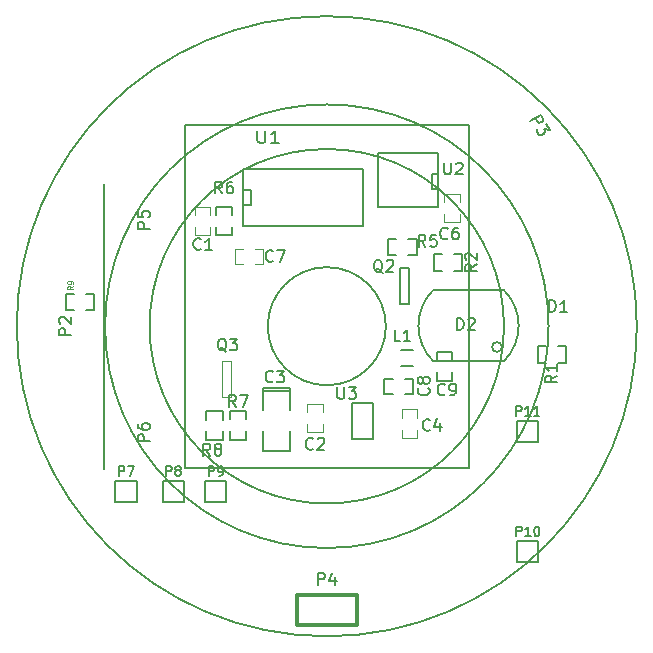
<source format=gbr>
%FSLAX46Y46*%
G04 Gerber Fmt 4.6, Leading zero omitted, Abs format (unit mm)*
G04 Created by KiCad (PCBNEW (2014-08-05 BZR 5054)-product) date Wed 24 Dec 2014 13:00:33 ACDT*
%MOMM*%
G01*
G04 APERTURE LIST*
%ADD10C,0.150000*%
%ADD11C,0.200000*%
%ADD12C,0.304800*%
%ADD13C,0.127000*%
%ADD14C,0.119380*%
%ADD15C,0.203200*%
%ADD16C,0.114300*%
G04 APERTURE END LIST*
D10*
D11*
X215000333Y-100000000D02*
G75*
G03X215000333Y-100000000I-15000333J0D01*
G74*
G01*
X226250000Y-100000000D02*
G75*
G03X226250000Y-100000000I-26250000J0D01*
G74*
G01*
X205000000Y-100000000D02*
G75*
G03X205000000Y-100000000I-5000000J0D01*
G74*
G01*
X218776648Y-100000000D02*
G75*
G03X218776648Y-100000000I-18776648J0D01*
G74*
G01*
X181100000Y-112100000D02*
X181100000Y-88000000D01*
X188000000Y-83000000D02*
X188000000Y-112000000D01*
X212000000Y-83000000D02*
X188000000Y-83000000D01*
X212000000Y-112000000D02*
X212000000Y-83000000D01*
X188000000Y-112000000D02*
X212000000Y-112000000D01*
D12*
X197460000Y-125270000D02*
X197460000Y-122730000D01*
X197460000Y-122730000D02*
X202540000Y-122730000D01*
X202540000Y-122730000D02*
X202540000Y-125270000D01*
X202540000Y-125270000D02*
X197460000Y-125270000D01*
D13*
X196893000Y-105460000D02*
X196893000Y-105206000D01*
X196893000Y-105206000D02*
X194607000Y-105206000D01*
X194607000Y-105206000D02*
X194607000Y-105460000D01*
X196893000Y-105460000D02*
X194607000Y-105460000D01*
X194607000Y-105460000D02*
X194607000Y-107111000D01*
X196893000Y-108889000D02*
X196893000Y-110540000D01*
X196893000Y-110540000D02*
X194607000Y-110540000D01*
X194607000Y-110540000D02*
X194607000Y-108889000D01*
X196893000Y-107111000D02*
X196893000Y-105460000D01*
X209440000Y-89886000D02*
X204360000Y-89886000D01*
X204360000Y-89886000D02*
X204360000Y-85314000D01*
X204360000Y-85314000D02*
X209440000Y-85314000D01*
X209440000Y-85314000D02*
X209440000Y-89886000D01*
X209440000Y-88362000D02*
X208932000Y-88362000D01*
X208932000Y-88362000D02*
X208932000Y-87092000D01*
X208932000Y-87092000D02*
X209440000Y-87092000D01*
X202111000Y-106476000D02*
X203889000Y-106476000D01*
X203889000Y-106476000D02*
X203889000Y-109524000D01*
X203889000Y-109524000D02*
X202111000Y-109524000D01*
X202111000Y-109524000D02*
X202111000Y-106476000D01*
D14*
X188849760Y-91600380D02*
X188849760Y-92298880D01*
X188849760Y-90599620D02*
X188849760Y-89901120D01*
X190150240Y-91600380D02*
X190150240Y-92298880D01*
X190150240Y-89901120D02*
X190150240Y-90599620D01*
X190135000Y-92298880D02*
X188865000Y-92298880D01*
X188865000Y-89901120D02*
X190135000Y-89901120D01*
X198349760Y-108250380D02*
X198349760Y-108948880D01*
X198349760Y-107249620D02*
X198349760Y-106551120D01*
X199650240Y-108250380D02*
X199650240Y-108948880D01*
X199650240Y-106551120D02*
X199650240Y-107249620D01*
X199635000Y-108948880D02*
X198365000Y-108948880D01*
X198365000Y-106551120D02*
X199635000Y-106551120D01*
X207650240Y-107749620D02*
X207650240Y-107051120D01*
X207650240Y-108750380D02*
X207650240Y-109448880D01*
X206349760Y-107749620D02*
X206349760Y-107051120D01*
X206349760Y-109448880D02*
X206349760Y-108750380D01*
X206365000Y-107051120D02*
X207635000Y-107051120D01*
X207635000Y-109448880D02*
X206365000Y-109448880D01*
D13*
X218579620Y-101711500D02*
X217873500Y-101711500D01*
X217873500Y-101711500D02*
X217873500Y-103108500D01*
X217873500Y-103108500D02*
X218579620Y-103108500D01*
X220286500Y-101711500D02*
X219580380Y-101711500D01*
X220286500Y-101711500D02*
X220286500Y-103108500D01*
X220286500Y-103108500D02*
X219580380Y-103108500D01*
X210770380Y-95288500D02*
X211476500Y-95288500D01*
X211476500Y-95288500D02*
X211476500Y-93891500D01*
X211476500Y-93891500D02*
X210770380Y-93891500D01*
X209063500Y-95288500D02*
X209769620Y-95288500D01*
X209063500Y-95288500D02*
X209063500Y-93891500D01*
X209063500Y-93891500D02*
X209769620Y-93891500D01*
X205899620Y-92601500D02*
X205193500Y-92601500D01*
X205193500Y-92601500D02*
X205193500Y-93998500D01*
X205193500Y-93998500D02*
X205899620Y-93998500D01*
X207606500Y-92601500D02*
X206900380Y-92601500D01*
X207606500Y-92601500D02*
X207606500Y-93998500D01*
X207606500Y-93998500D02*
X206900380Y-93998500D01*
X191771500Y-108890380D02*
X191771500Y-109596500D01*
X191771500Y-109596500D02*
X193168500Y-109596500D01*
X193168500Y-109596500D02*
X193168500Y-108890380D01*
X191771500Y-107183500D02*
X191771500Y-107889620D01*
X191771500Y-107183500D02*
X193168500Y-107183500D01*
X193168500Y-107183500D02*
X193168500Y-107889620D01*
X191188500Y-107899620D02*
X191188500Y-107193500D01*
X191188500Y-107193500D02*
X189791500Y-107193500D01*
X189791500Y-107193500D02*
X189791500Y-107899620D01*
X191188500Y-109606500D02*
X191188500Y-108900380D01*
X191188500Y-109606500D02*
X189791500Y-109606500D01*
X189791500Y-109606500D02*
X189791500Y-108900380D01*
X191998500Y-90599620D02*
X191998500Y-89893500D01*
X191998500Y-89893500D02*
X190601500Y-89893500D01*
X190601500Y-89893500D02*
X190601500Y-90599620D01*
X191998500Y-92306500D02*
X191998500Y-91600380D01*
X191998500Y-92306500D02*
X190601500Y-92306500D01*
X190601500Y-92306500D02*
X190601500Y-91600380D01*
X206951000Y-95056000D02*
X206951000Y-98104000D01*
X206951000Y-98104000D02*
X206189000Y-98104000D01*
X206189000Y-98104000D02*
X206189000Y-95056000D01*
X206189000Y-95056000D02*
X206951000Y-95056000D01*
D14*
X191119000Y-106024000D02*
X191119000Y-102976000D01*
X191119000Y-102976000D02*
X191881000Y-102976000D01*
X191881000Y-102976000D02*
X191881000Y-106024000D01*
X191881000Y-106024000D02*
X191119000Y-106024000D01*
X211250240Y-89499620D02*
X211250240Y-88801120D01*
X211250240Y-90500380D02*
X211250240Y-91198880D01*
X209949760Y-89499620D02*
X209949760Y-88801120D01*
X209949760Y-91198880D02*
X209949760Y-90500380D01*
X209965000Y-88801120D02*
X211235000Y-88801120D01*
X211235000Y-91198880D02*
X209965000Y-91198880D01*
X193900380Y-94750240D02*
X194598880Y-94750240D01*
X192899620Y-94750240D02*
X192201120Y-94750240D01*
X193900380Y-93449760D02*
X194598880Y-93449760D01*
X192201120Y-93449760D02*
X192899620Y-93449760D01*
X194598880Y-93465000D02*
X194598880Y-94735000D01*
X192201120Y-94735000D02*
X192201120Y-93465000D01*
D10*
X182100000Y-113100000D02*
X183900000Y-113100000D01*
X183900000Y-113100000D02*
X183900000Y-114900000D01*
X183900000Y-114900000D02*
X182100000Y-114900000D01*
X182100000Y-114900000D02*
X182100000Y-113100000D01*
X186100000Y-113100000D02*
X187900000Y-113100000D01*
X187900000Y-113100000D02*
X187900000Y-114900000D01*
X187900000Y-114900000D02*
X186100000Y-114900000D01*
X186100000Y-114900000D02*
X186100000Y-113100000D01*
X189700000Y-113100000D02*
X191500000Y-113100000D01*
X191500000Y-113100000D02*
X191500000Y-114900000D01*
X191500000Y-114900000D02*
X189700000Y-114900000D01*
X189700000Y-114900000D02*
X189700000Y-113100000D01*
X216100000Y-118200000D02*
X217900000Y-118200000D01*
X217900000Y-118200000D02*
X217900000Y-120000000D01*
X217900000Y-120000000D02*
X216100000Y-120000000D01*
X216100000Y-120000000D02*
X216100000Y-118200000D01*
X216100000Y-108000000D02*
X217900000Y-108000000D01*
X217900000Y-108000000D02*
X217900000Y-109800000D01*
X217900000Y-109800000D02*
X216100000Y-109800000D01*
X216100000Y-109800000D02*
X216100000Y-108000000D01*
D15*
X203080000Y-86714000D02*
X203080000Y-91540000D01*
X203080000Y-91540000D02*
X192920000Y-91540000D01*
X192920000Y-91540000D02*
X192920000Y-86714000D01*
X192920000Y-86714000D02*
X203080000Y-86714000D01*
X192920000Y-88492000D02*
X193555000Y-88492000D01*
X193555000Y-88492000D02*
X193555000Y-89762000D01*
X193555000Y-89762000D02*
X192920000Y-89762000D01*
D10*
X214812311Y-101750000D02*
G75*
G03X214812311Y-101750000I-412311J0D01*
G74*
G01*
X209000000Y-96950000D02*
G75*
G03X209000000Y-102950000I3000000J-3000000D01*
G74*
G01*
X215000000Y-102950000D02*
G75*
G03X215000000Y-96950000I-3000000J3000000D01*
G74*
G01*
X215000000Y-102950000D02*
X209000000Y-102950000D01*
X215000000Y-96950000D02*
X209000000Y-96950000D01*
X178599620Y-97271500D02*
X177893500Y-97271500D01*
X177893500Y-97271500D02*
X177893500Y-98668500D01*
X177893500Y-98668500D02*
X178599620Y-98668500D01*
X180306500Y-97271500D02*
X179600380Y-97271500D01*
X180306500Y-97271500D02*
X180306500Y-98668500D01*
X180306500Y-98668500D02*
X179600380Y-98668500D01*
X206580380Y-105730240D02*
X207278880Y-105730240D01*
X205579620Y-105730240D02*
X204881120Y-105730240D01*
X206580380Y-104429760D02*
X207278880Y-104429760D01*
X204881120Y-104429760D02*
X205579620Y-104429760D01*
X207278880Y-104445000D02*
X207278880Y-105715000D01*
X204881120Y-105715000D02*
X204881120Y-104445000D01*
X209319760Y-103900380D02*
X209319760Y-104598880D01*
X209319760Y-102899620D02*
X209319760Y-102201120D01*
X210620240Y-103900380D02*
X210620240Y-104598880D01*
X210620240Y-102201120D02*
X210620240Y-102899620D01*
X210605000Y-104598880D02*
X209335000Y-104598880D01*
X209335000Y-102201120D02*
X210605000Y-102201120D01*
X206310000Y-102005000D02*
X207310000Y-102005000D01*
X207310000Y-103355000D02*
X206310000Y-103355000D01*
X199261905Y-121912381D02*
X199261905Y-120912381D01*
X199642858Y-120912381D01*
X199738096Y-120960000D01*
X199785715Y-121007619D01*
X199833334Y-121102857D01*
X199833334Y-121245714D01*
X199785715Y-121340952D01*
X199738096Y-121388571D01*
X199642858Y-121436190D01*
X199261905Y-121436190D01*
X200690477Y-121245714D02*
X200690477Y-121912381D01*
X200452381Y-120864762D02*
X200214286Y-121579048D01*
X200833334Y-121579048D01*
X195433334Y-104657143D02*
X195385715Y-104704762D01*
X195242858Y-104752381D01*
X195147620Y-104752381D01*
X195004762Y-104704762D01*
X194909524Y-104609524D01*
X194861905Y-104514286D01*
X194814286Y-104323810D01*
X194814286Y-104180952D01*
X194861905Y-103990476D01*
X194909524Y-103895238D01*
X195004762Y-103800000D01*
X195147620Y-103752381D01*
X195242858Y-103752381D01*
X195385715Y-103800000D01*
X195433334Y-103847619D01*
X195766667Y-103752381D02*
X196385715Y-103752381D01*
X196052381Y-104133333D01*
X196195239Y-104133333D01*
X196290477Y-104180952D01*
X196338096Y-104228571D01*
X196385715Y-104323810D01*
X196385715Y-104561905D01*
X196338096Y-104657143D01*
X196290477Y-104704762D01*
X196195239Y-104752381D01*
X195909524Y-104752381D01*
X195814286Y-104704762D01*
X195766667Y-104657143D01*
X209938095Y-86152381D02*
X209938095Y-86961905D01*
X209985714Y-87057143D01*
X210033333Y-87104762D01*
X210128571Y-87152381D01*
X210319048Y-87152381D01*
X210414286Y-87104762D01*
X210461905Y-87057143D01*
X210509524Y-86961905D01*
X210509524Y-86152381D01*
X210938095Y-86247619D02*
X210985714Y-86200000D01*
X211080952Y-86152381D01*
X211319048Y-86152381D01*
X211414286Y-86200000D01*
X211461905Y-86247619D01*
X211509524Y-86342857D01*
X211509524Y-86438095D01*
X211461905Y-86580952D01*
X210890476Y-87152381D01*
X211509524Y-87152381D01*
X200898095Y-105142381D02*
X200898095Y-105951905D01*
X200945714Y-106047143D01*
X200993333Y-106094762D01*
X201088571Y-106142381D01*
X201279048Y-106142381D01*
X201374286Y-106094762D01*
X201421905Y-106047143D01*
X201469524Y-105951905D01*
X201469524Y-105142381D01*
X201850476Y-105142381D02*
X202469524Y-105142381D01*
X202136190Y-105523333D01*
X202279048Y-105523333D01*
X202374286Y-105570952D01*
X202421905Y-105618571D01*
X202469524Y-105713810D01*
X202469524Y-105951905D01*
X202421905Y-106047143D01*
X202374286Y-106094762D01*
X202279048Y-106142381D01*
X201993333Y-106142381D01*
X201898095Y-106094762D01*
X201850476Y-106047143D01*
X218831905Y-98792381D02*
X218831905Y-97792381D01*
X219070000Y-97792381D01*
X219212858Y-97840000D01*
X219308096Y-97935238D01*
X219355715Y-98030476D01*
X219403334Y-98220952D01*
X219403334Y-98363810D01*
X219355715Y-98554286D01*
X219308096Y-98649524D01*
X219212858Y-98744762D01*
X219070000Y-98792381D01*
X218831905Y-98792381D01*
X220355715Y-98792381D02*
X219784286Y-98792381D01*
X220070000Y-98792381D02*
X220070000Y-97792381D01*
X219974762Y-97935238D01*
X219879524Y-98030476D01*
X219784286Y-98078095D01*
X189333334Y-93457143D02*
X189285715Y-93504762D01*
X189142858Y-93552381D01*
X189047620Y-93552381D01*
X188904762Y-93504762D01*
X188809524Y-93409524D01*
X188761905Y-93314286D01*
X188714286Y-93123810D01*
X188714286Y-92980952D01*
X188761905Y-92790476D01*
X188809524Y-92695238D01*
X188904762Y-92600000D01*
X189047620Y-92552381D01*
X189142858Y-92552381D01*
X189285715Y-92600000D01*
X189333334Y-92647619D01*
X190285715Y-93552381D02*
X189714286Y-93552381D01*
X190000000Y-93552381D02*
X190000000Y-92552381D01*
X189904762Y-92695238D01*
X189809524Y-92790476D01*
X189714286Y-92838095D01*
X198833334Y-110357143D02*
X198785715Y-110404762D01*
X198642858Y-110452381D01*
X198547620Y-110452381D01*
X198404762Y-110404762D01*
X198309524Y-110309524D01*
X198261905Y-110214286D01*
X198214286Y-110023810D01*
X198214286Y-109880952D01*
X198261905Y-109690476D01*
X198309524Y-109595238D01*
X198404762Y-109500000D01*
X198547620Y-109452381D01*
X198642858Y-109452381D01*
X198785715Y-109500000D01*
X198833334Y-109547619D01*
X199214286Y-109547619D02*
X199261905Y-109500000D01*
X199357143Y-109452381D01*
X199595239Y-109452381D01*
X199690477Y-109500000D01*
X199738096Y-109547619D01*
X199785715Y-109642857D01*
X199785715Y-109738095D01*
X199738096Y-109880952D01*
X199166667Y-110452381D01*
X199785715Y-110452381D01*
X208733334Y-108757143D02*
X208685715Y-108804762D01*
X208542858Y-108852381D01*
X208447620Y-108852381D01*
X208304762Y-108804762D01*
X208209524Y-108709524D01*
X208161905Y-108614286D01*
X208114286Y-108423810D01*
X208114286Y-108280952D01*
X208161905Y-108090476D01*
X208209524Y-107995238D01*
X208304762Y-107900000D01*
X208447620Y-107852381D01*
X208542858Y-107852381D01*
X208685715Y-107900000D01*
X208733334Y-107947619D01*
X209590477Y-108185714D02*
X209590477Y-108852381D01*
X209352381Y-107804762D02*
X209114286Y-108519048D01*
X209733334Y-108519048D01*
X219492381Y-104176666D02*
X219016190Y-104510000D01*
X219492381Y-104748095D02*
X218492381Y-104748095D01*
X218492381Y-104367142D01*
X218540000Y-104271904D01*
X218587619Y-104224285D01*
X218682857Y-104176666D01*
X218825714Y-104176666D01*
X218920952Y-104224285D01*
X218968571Y-104271904D01*
X219016190Y-104367142D01*
X219016190Y-104748095D01*
X219492381Y-103224285D02*
X219492381Y-103795714D01*
X219492381Y-103510000D02*
X218492381Y-103510000D01*
X218635238Y-103605238D01*
X218730476Y-103700476D01*
X218778095Y-103795714D01*
X212722381Y-94756666D02*
X212246190Y-95090000D01*
X212722381Y-95328095D02*
X211722381Y-95328095D01*
X211722381Y-94947142D01*
X211770000Y-94851904D01*
X211817619Y-94804285D01*
X211912857Y-94756666D01*
X212055714Y-94756666D01*
X212150952Y-94804285D01*
X212198571Y-94851904D01*
X212246190Y-94947142D01*
X212246190Y-95328095D01*
X211817619Y-94375714D02*
X211770000Y-94328095D01*
X211722381Y-94232857D01*
X211722381Y-93994761D01*
X211770000Y-93899523D01*
X211817619Y-93851904D01*
X211912857Y-93804285D01*
X212008095Y-93804285D01*
X212150952Y-93851904D01*
X212722381Y-94423333D01*
X212722381Y-93804285D01*
X208353334Y-93262381D02*
X208020000Y-92786190D01*
X207781905Y-93262381D02*
X207781905Y-92262381D01*
X208162858Y-92262381D01*
X208258096Y-92310000D01*
X208305715Y-92357619D01*
X208353334Y-92452857D01*
X208353334Y-92595714D01*
X208305715Y-92690952D01*
X208258096Y-92738571D01*
X208162858Y-92786190D01*
X207781905Y-92786190D01*
X209258096Y-92262381D02*
X208781905Y-92262381D01*
X208734286Y-92738571D01*
X208781905Y-92690952D01*
X208877143Y-92643333D01*
X209115239Y-92643333D01*
X209210477Y-92690952D01*
X209258096Y-92738571D01*
X209305715Y-92833810D01*
X209305715Y-93071905D01*
X209258096Y-93167143D01*
X209210477Y-93214762D01*
X209115239Y-93262381D01*
X208877143Y-93262381D01*
X208781905Y-93214762D01*
X208734286Y-93167143D01*
X192303334Y-106842381D02*
X191970000Y-106366190D01*
X191731905Y-106842381D02*
X191731905Y-105842381D01*
X192112858Y-105842381D01*
X192208096Y-105890000D01*
X192255715Y-105937619D01*
X192303334Y-106032857D01*
X192303334Y-106175714D01*
X192255715Y-106270952D01*
X192208096Y-106318571D01*
X192112858Y-106366190D01*
X191731905Y-106366190D01*
X192636667Y-105842381D02*
X193303334Y-105842381D01*
X192874762Y-106842381D01*
X190123334Y-110952381D02*
X189790000Y-110476190D01*
X189551905Y-110952381D02*
X189551905Y-109952381D01*
X189932858Y-109952381D01*
X190028096Y-110000000D01*
X190075715Y-110047619D01*
X190123334Y-110142857D01*
X190123334Y-110285714D01*
X190075715Y-110380952D01*
X190028096Y-110428571D01*
X189932858Y-110476190D01*
X189551905Y-110476190D01*
X190694762Y-110380952D02*
X190599524Y-110333333D01*
X190551905Y-110285714D01*
X190504286Y-110190476D01*
X190504286Y-110142857D01*
X190551905Y-110047619D01*
X190599524Y-110000000D01*
X190694762Y-109952381D01*
X190885239Y-109952381D01*
X190980477Y-110000000D01*
X191028096Y-110047619D01*
X191075715Y-110142857D01*
X191075715Y-110190476D01*
X191028096Y-110285714D01*
X190980477Y-110333333D01*
X190885239Y-110380952D01*
X190694762Y-110380952D01*
X190599524Y-110428571D01*
X190551905Y-110476190D01*
X190504286Y-110571429D01*
X190504286Y-110761905D01*
X190551905Y-110857143D01*
X190599524Y-110904762D01*
X190694762Y-110952381D01*
X190885239Y-110952381D01*
X190980477Y-110904762D01*
X191028096Y-110857143D01*
X191075715Y-110761905D01*
X191075715Y-110571429D01*
X191028096Y-110476190D01*
X190980477Y-110428571D01*
X190885239Y-110380952D01*
X191133334Y-88752381D02*
X190800000Y-88276190D01*
X190561905Y-88752381D02*
X190561905Y-87752381D01*
X190942858Y-87752381D01*
X191038096Y-87800000D01*
X191085715Y-87847619D01*
X191133334Y-87942857D01*
X191133334Y-88085714D01*
X191085715Y-88180952D01*
X191038096Y-88228571D01*
X190942858Y-88276190D01*
X190561905Y-88276190D01*
X191990477Y-87752381D02*
X191800000Y-87752381D01*
X191704762Y-87800000D01*
X191657143Y-87847619D01*
X191561905Y-87990476D01*
X191514286Y-88180952D01*
X191514286Y-88561905D01*
X191561905Y-88657143D01*
X191609524Y-88704762D01*
X191704762Y-88752381D01*
X191895239Y-88752381D01*
X191990477Y-88704762D01*
X192038096Y-88657143D01*
X192085715Y-88561905D01*
X192085715Y-88323810D01*
X192038096Y-88228571D01*
X191990477Y-88180952D01*
X191895239Y-88133333D01*
X191704762Y-88133333D01*
X191609524Y-88180952D01*
X191561905Y-88228571D01*
X191514286Y-88323810D01*
X178352381Y-100738095D02*
X177352381Y-100738095D01*
X177352381Y-100357142D01*
X177400000Y-100261904D01*
X177447619Y-100214285D01*
X177542857Y-100166666D01*
X177685714Y-100166666D01*
X177780952Y-100214285D01*
X177828571Y-100261904D01*
X177876190Y-100357142D01*
X177876190Y-100738095D01*
X177447619Y-99785714D02*
X177400000Y-99738095D01*
X177352381Y-99642857D01*
X177352381Y-99404761D01*
X177400000Y-99309523D01*
X177447619Y-99261904D01*
X177542857Y-99214285D01*
X177638095Y-99214285D01*
X177780952Y-99261904D01*
X178352381Y-99833333D01*
X178352381Y-99214285D01*
X217239179Y-82586981D02*
X218105204Y-82086981D01*
X218295681Y-82416896D01*
X218302061Y-82523184D01*
X218284631Y-82588233D01*
X218225962Y-82677092D01*
X218102244Y-82748520D01*
X217995956Y-82754900D01*
X217930907Y-82737470D01*
X217842049Y-82678801D01*
X217651573Y-82348886D01*
X218557585Y-82870528D02*
X218867109Y-83406640D01*
X218370528Y-83308440D01*
X218441957Y-83432159D01*
X218448337Y-83538447D01*
X218430907Y-83603495D01*
X218372237Y-83692354D01*
X218166041Y-83811402D01*
X218059753Y-83817781D01*
X217994704Y-83800352D01*
X217905846Y-83741683D01*
X217762989Y-83494246D01*
X217756609Y-83387958D01*
X217774039Y-83322909D01*
X204724762Y-95477619D02*
X204629524Y-95430000D01*
X204534286Y-95334762D01*
X204391429Y-95191905D01*
X204296190Y-95144286D01*
X204200952Y-95144286D01*
X204248571Y-95382381D02*
X204153333Y-95334762D01*
X204058095Y-95239524D01*
X204010476Y-95049048D01*
X204010476Y-94715714D01*
X204058095Y-94525238D01*
X204153333Y-94430000D01*
X204248571Y-94382381D01*
X204439048Y-94382381D01*
X204534286Y-94430000D01*
X204629524Y-94525238D01*
X204677143Y-94715714D01*
X204677143Y-95049048D01*
X204629524Y-95239524D01*
X204534286Y-95334762D01*
X204439048Y-95382381D01*
X204248571Y-95382381D01*
X205058095Y-94477619D02*
X205105714Y-94430000D01*
X205200952Y-94382381D01*
X205439048Y-94382381D01*
X205534286Y-94430000D01*
X205581905Y-94477619D01*
X205629524Y-94572857D01*
X205629524Y-94668095D01*
X205581905Y-94810952D01*
X205010476Y-95382381D01*
X205629524Y-95382381D01*
X191504762Y-102147619D02*
X191409524Y-102100000D01*
X191314286Y-102004762D01*
X191171429Y-101861905D01*
X191076190Y-101814286D01*
X190980952Y-101814286D01*
X191028571Y-102052381D02*
X190933333Y-102004762D01*
X190838095Y-101909524D01*
X190790476Y-101719048D01*
X190790476Y-101385714D01*
X190838095Y-101195238D01*
X190933333Y-101100000D01*
X191028571Y-101052381D01*
X191219048Y-101052381D01*
X191314286Y-101100000D01*
X191409524Y-101195238D01*
X191457143Y-101385714D01*
X191457143Y-101719048D01*
X191409524Y-101909524D01*
X191314286Y-102004762D01*
X191219048Y-102052381D01*
X191028571Y-102052381D01*
X191790476Y-101052381D02*
X192409524Y-101052381D01*
X192076190Y-101433333D01*
X192219048Y-101433333D01*
X192314286Y-101480952D01*
X192361905Y-101528571D01*
X192409524Y-101623810D01*
X192409524Y-101861905D01*
X192361905Y-101957143D01*
X192314286Y-102004762D01*
X192219048Y-102052381D01*
X191933333Y-102052381D01*
X191838095Y-102004762D01*
X191790476Y-101957143D01*
X210233334Y-92557143D02*
X210185715Y-92604762D01*
X210042858Y-92652381D01*
X209947620Y-92652381D01*
X209804762Y-92604762D01*
X209709524Y-92509524D01*
X209661905Y-92414286D01*
X209614286Y-92223810D01*
X209614286Y-92080952D01*
X209661905Y-91890476D01*
X209709524Y-91795238D01*
X209804762Y-91700000D01*
X209947620Y-91652381D01*
X210042858Y-91652381D01*
X210185715Y-91700000D01*
X210233334Y-91747619D01*
X211090477Y-91652381D02*
X210900000Y-91652381D01*
X210804762Y-91700000D01*
X210757143Y-91747619D01*
X210661905Y-91890476D01*
X210614286Y-92080952D01*
X210614286Y-92461905D01*
X210661905Y-92557143D01*
X210709524Y-92604762D01*
X210804762Y-92652381D01*
X210995239Y-92652381D01*
X211090477Y-92604762D01*
X211138096Y-92557143D01*
X211185715Y-92461905D01*
X211185715Y-92223810D01*
X211138096Y-92128571D01*
X211090477Y-92080952D01*
X210995239Y-92033333D01*
X210804762Y-92033333D01*
X210709524Y-92080952D01*
X210661905Y-92128571D01*
X210614286Y-92223810D01*
X195433334Y-94457143D02*
X195385715Y-94504762D01*
X195242858Y-94552381D01*
X195147620Y-94552381D01*
X195004762Y-94504762D01*
X194909524Y-94409524D01*
X194861905Y-94314286D01*
X194814286Y-94123810D01*
X194814286Y-93980952D01*
X194861905Y-93790476D01*
X194909524Y-93695238D01*
X195004762Y-93600000D01*
X195147620Y-93552381D01*
X195242858Y-93552381D01*
X195385715Y-93600000D01*
X195433334Y-93647619D01*
X195766667Y-93552381D02*
X196433334Y-93552381D01*
X196004762Y-94552381D01*
X184992381Y-91738095D02*
X183992381Y-91738095D01*
X183992381Y-91357142D01*
X184040000Y-91261904D01*
X184087619Y-91214285D01*
X184182857Y-91166666D01*
X184325714Y-91166666D01*
X184420952Y-91214285D01*
X184468571Y-91261904D01*
X184516190Y-91357142D01*
X184516190Y-91738095D01*
X183992381Y-90261904D02*
X183992381Y-90738095D01*
X184468571Y-90785714D01*
X184420952Y-90738095D01*
X184373333Y-90642857D01*
X184373333Y-90404761D01*
X184420952Y-90309523D01*
X184468571Y-90261904D01*
X184563810Y-90214285D01*
X184801905Y-90214285D01*
X184897143Y-90261904D01*
X184944762Y-90309523D01*
X184992381Y-90404761D01*
X184992381Y-90642857D01*
X184944762Y-90738095D01*
X184897143Y-90785714D01*
X184992381Y-109738095D02*
X183992381Y-109738095D01*
X183992381Y-109357142D01*
X184040000Y-109261904D01*
X184087619Y-109214285D01*
X184182857Y-109166666D01*
X184325714Y-109166666D01*
X184420952Y-109214285D01*
X184468571Y-109261904D01*
X184516190Y-109357142D01*
X184516190Y-109738095D01*
X183992381Y-108309523D02*
X183992381Y-108500000D01*
X184040000Y-108595238D01*
X184087619Y-108642857D01*
X184230476Y-108738095D01*
X184420952Y-108785714D01*
X184801905Y-108785714D01*
X184897143Y-108738095D01*
X184944762Y-108690476D01*
X184992381Y-108595238D01*
X184992381Y-108404761D01*
X184944762Y-108309523D01*
X184897143Y-108261904D01*
X184801905Y-108214285D01*
X184563810Y-108214285D01*
X184468571Y-108261904D01*
X184420952Y-108309523D01*
X184373333Y-108404761D01*
X184373333Y-108595238D01*
X184420952Y-108690476D01*
X184468571Y-108738095D01*
X184563810Y-108785714D01*
X182409524Y-112661905D02*
X182409524Y-111861905D01*
X182714286Y-111861905D01*
X182790477Y-111900000D01*
X182828572Y-111938095D01*
X182866667Y-112014286D01*
X182866667Y-112128571D01*
X182828572Y-112204762D01*
X182790477Y-112242857D01*
X182714286Y-112280952D01*
X182409524Y-112280952D01*
X183133334Y-111861905D02*
X183666667Y-111861905D01*
X183323810Y-112661905D01*
X186409524Y-112661905D02*
X186409524Y-111861905D01*
X186714286Y-111861905D01*
X186790477Y-111900000D01*
X186828572Y-111938095D01*
X186866667Y-112014286D01*
X186866667Y-112128571D01*
X186828572Y-112204762D01*
X186790477Y-112242857D01*
X186714286Y-112280952D01*
X186409524Y-112280952D01*
X187323810Y-112204762D02*
X187247619Y-112166667D01*
X187209524Y-112128571D01*
X187171429Y-112052381D01*
X187171429Y-112014286D01*
X187209524Y-111938095D01*
X187247619Y-111900000D01*
X187323810Y-111861905D01*
X187476191Y-111861905D01*
X187552381Y-111900000D01*
X187590477Y-111938095D01*
X187628572Y-112014286D01*
X187628572Y-112052381D01*
X187590477Y-112128571D01*
X187552381Y-112166667D01*
X187476191Y-112204762D01*
X187323810Y-112204762D01*
X187247619Y-112242857D01*
X187209524Y-112280952D01*
X187171429Y-112357143D01*
X187171429Y-112509524D01*
X187209524Y-112585714D01*
X187247619Y-112623810D01*
X187323810Y-112661905D01*
X187476191Y-112661905D01*
X187552381Y-112623810D01*
X187590477Y-112585714D01*
X187628572Y-112509524D01*
X187628572Y-112357143D01*
X187590477Y-112280952D01*
X187552381Y-112242857D01*
X187476191Y-112204762D01*
X190009524Y-112661905D02*
X190009524Y-111861905D01*
X190314286Y-111861905D01*
X190390477Y-111900000D01*
X190428572Y-111938095D01*
X190466667Y-112014286D01*
X190466667Y-112128571D01*
X190428572Y-112204762D01*
X190390477Y-112242857D01*
X190314286Y-112280952D01*
X190009524Y-112280952D01*
X190847619Y-112661905D02*
X191000000Y-112661905D01*
X191076191Y-112623810D01*
X191114286Y-112585714D01*
X191190477Y-112471429D01*
X191228572Y-112319048D01*
X191228572Y-112014286D01*
X191190477Y-111938095D01*
X191152381Y-111900000D01*
X191076191Y-111861905D01*
X190923810Y-111861905D01*
X190847619Y-111900000D01*
X190809524Y-111938095D01*
X190771429Y-112014286D01*
X190771429Y-112204762D01*
X190809524Y-112280952D01*
X190847619Y-112319048D01*
X190923810Y-112357143D01*
X191076191Y-112357143D01*
X191152381Y-112319048D01*
X191190477Y-112280952D01*
X191228572Y-112204762D01*
X216028571Y-117761905D02*
X216028571Y-116961905D01*
X216333333Y-116961905D01*
X216409524Y-117000000D01*
X216447619Y-117038095D01*
X216485714Y-117114286D01*
X216485714Y-117228571D01*
X216447619Y-117304762D01*
X216409524Y-117342857D01*
X216333333Y-117380952D01*
X216028571Y-117380952D01*
X217247619Y-117761905D02*
X216790476Y-117761905D01*
X217019047Y-117761905D02*
X217019047Y-116961905D01*
X216942857Y-117076190D01*
X216866666Y-117152381D01*
X216790476Y-117190476D01*
X217742857Y-116961905D02*
X217819048Y-116961905D01*
X217895238Y-117000000D01*
X217933333Y-117038095D01*
X217971429Y-117114286D01*
X218009524Y-117266667D01*
X218009524Y-117457143D01*
X217971429Y-117609524D01*
X217933333Y-117685714D01*
X217895238Y-117723810D01*
X217819048Y-117761905D01*
X217742857Y-117761905D01*
X217666667Y-117723810D01*
X217628571Y-117685714D01*
X217590476Y-117609524D01*
X217552381Y-117457143D01*
X217552381Y-117266667D01*
X217590476Y-117114286D01*
X217628571Y-117038095D01*
X217666667Y-117000000D01*
X217742857Y-116961905D01*
X216028571Y-107561905D02*
X216028571Y-106761905D01*
X216333333Y-106761905D01*
X216409524Y-106800000D01*
X216447619Y-106838095D01*
X216485714Y-106914286D01*
X216485714Y-107028571D01*
X216447619Y-107104762D01*
X216409524Y-107142857D01*
X216333333Y-107180952D01*
X216028571Y-107180952D01*
X217247619Y-107561905D02*
X216790476Y-107561905D01*
X217019047Y-107561905D02*
X217019047Y-106761905D01*
X216942857Y-106876190D01*
X216866666Y-106952381D01*
X216790476Y-106990476D01*
X218009524Y-107561905D02*
X217552381Y-107561905D01*
X217780952Y-107561905D02*
X217780952Y-106761905D01*
X217704762Y-106876190D01*
X217628571Y-106952381D01*
X217552381Y-106990476D01*
D13*
X194129143Y-83443619D02*
X194129143Y-84266095D01*
X194183571Y-84362857D01*
X194238000Y-84411238D01*
X194346857Y-84459619D01*
X194564571Y-84459619D01*
X194673429Y-84411238D01*
X194727857Y-84362857D01*
X194782286Y-84266095D01*
X194782286Y-83443619D01*
X195925286Y-84459619D02*
X195272143Y-84459619D01*
X195598715Y-84459619D02*
X195598715Y-83443619D01*
X195489858Y-83588762D01*
X195381000Y-83685524D01*
X195272143Y-83733905D01*
D10*
X211021905Y-100322381D02*
X211021905Y-99322381D01*
X211260000Y-99322381D01*
X211402858Y-99370000D01*
X211498096Y-99465238D01*
X211545715Y-99560476D01*
X211593334Y-99750952D01*
X211593334Y-99893810D01*
X211545715Y-100084286D01*
X211498096Y-100179524D01*
X211402858Y-100274762D01*
X211260000Y-100322381D01*
X211021905Y-100322381D01*
X211974286Y-99417619D02*
X212021905Y-99370000D01*
X212117143Y-99322381D01*
X212355239Y-99322381D01*
X212450477Y-99370000D01*
X212498096Y-99417619D01*
X212545715Y-99512857D01*
X212545715Y-99608095D01*
X212498096Y-99750952D01*
X211926667Y-100322381D01*
X212545715Y-100322381D01*
D16*
X178536362Y-96606200D02*
X178298086Y-96758600D01*
X178536362Y-96867457D02*
X178035982Y-96867457D01*
X178035982Y-96693285D01*
X178059810Y-96649743D01*
X178083638Y-96627971D01*
X178131293Y-96606200D01*
X178202776Y-96606200D01*
X178250431Y-96627971D01*
X178274259Y-96649743D01*
X178298086Y-96693285D01*
X178298086Y-96867457D01*
X178536362Y-96388485D02*
X178536362Y-96301400D01*
X178512535Y-96257857D01*
X178488707Y-96236085D01*
X178417224Y-96192543D01*
X178321914Y-96170771D01*
X178131293Y-96170771D01*
X178083638Y-96192543D01*
X178059810Y-96214314D01*
X178035982Y-96257857D01*
X178035982Y-96344943D01*
X178059810Y-96388485D01*
X178083638Y-96410257D01*
X178131293Y-96432028D01*
X178250431Y-96432028D01*
X178298086Y-96410257D01*
X178321914Y-96388485D01*
X178345741Y-96344943D01*
X178345741Y-96257857D01*
X178321914Y-96214314D01*
X178298086Y-96192543D01*
X178250431Y-96170771D01*
D10*
X208607143Y-105246666D02*
X208654762Y-105294285D01*
X208702381Y-105437142D01*
X208702381Y-105532380D01*
X208654762Y-105675238D01*
X208559524Y-105770476D01*
X208464286Y-105818095D01*
X208273810Y-105865714D01*
X208130952Y-105865714D01*
X207940476Y-105818095D01*
X207845238Y-105770476D01*
X207750000Y-105675238D01*
X207702381Y-105532380D01*
X207702381Y-105437142D01*
X207750000Y-105294285D01*
X207797619Y-105246666D01*
X208130952Y-104675238D02*
X208083333Y-104770476D01*
X208035714Y-104818095D01*
X207940476Y-104865714D01*
X207892857Y-104865714D01*
X207797619Y-104818095D01*
X207750000Y-104770476D01*
X207702381Y-104675238D01*
X207702381Y-104484761D01*
X207750000Y-104389523D01*
X207797619Y-104341904D01*
X207892857Y-104294285D01*
X207940476Y-104294285D01*
X208035714Y-104341904D01*
X208083333Y-104389523D01*
X208130952Y-104484761D01*
X208130952Y-104675238D01*
X208178571Y-104770476D01*
X208226190Y-104818095D01*
X208321429Y-104865714D01*
X208511905Y-104865714D01*
X208607143Y-104818095D01*
X208654762Y-104770476D01*
X208702381Y-104675238D01*
X208702381Y-104484761D01*
X208654762Y-104389523D01*
X208607143Y-104341904D01*
X208511905Y-104294285D01*
X208321429Y-104294285D01*
X208226190Y-104341904D01*
X208178571Y-104389523D01*
X208130952Y-104484761D01*
X209993334Y-105767143D02*
X209945715Y-105814762D01*
X209802858Y-105862381D01*
X209707620Y-105862381D01*
X209564762Y-105814762D01*
X209469524Y-105719524D01*
X209421905Y-105624286D01*
X209374286Y-105433810D01*
X209374286Y-105290952D01*
X209421905Y-105100476D01*
X209469524Y-105005238D01*
X209564762Y-104910000D01*
X209707620Y-104862381D01*
X209802858Y-104862381D01*
X209945715Y-104910000D01*
X209993334Y-104957619D01*
X210469524Y-105862381D02*
X210660000Y-105862381D01*
X210755239Y-105814762D01*
X210802858Y-105767143D01*
X210898096Y-105624286D01*
X210945715Y-105433810D01*
X210945715Y-105052857D01*
X210898096Y-104957619D01*
X210850477Y-104910000D01*
X210755239Y-104862381D01*
X210564762Y-104862381D01*
X210469524Y-104910000D01*
X210421905Y-104957619D01*
X210374286Y-105052857D01*
X210374286Y-105290952D01*
X210421905Y-105386190D01*
X210469524Y-105433810D01*
X210564762Y-105481429D01*
X210755239Y-105481429D01*
X210850477Y-105433810D01*
X210898096Y-105386190D01*
X210945715Y-105290952D01*
X206213334Y-101292381D02*
X205737143Y-101292381D01*
X205737143Y-100292381D01*
X207070477Y-101292381D02*
X206499048Y-101292381D01*
X206784762Y-101292381D02*
X206784762Y-100292381D01*
X206689524Y-100435238D01*
X206594286Y-100530476D01*
X206499048Y-100578095D01*
M02*

</source>
